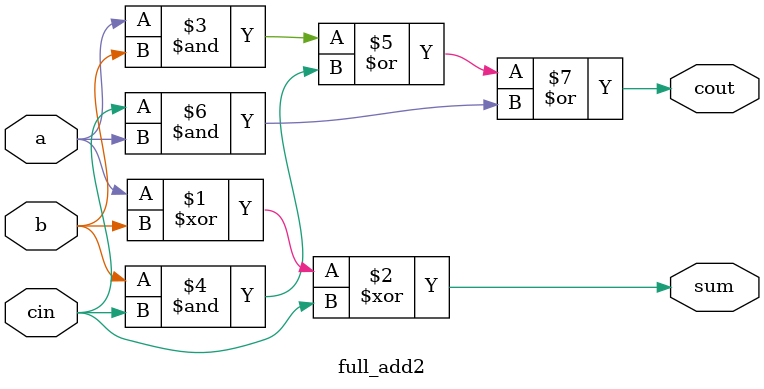
<source format=v>
module full_add2(a,b,cin,sum,cout);
input a,b,cin;
output sum,cout;

assign sum = a ^ b ^ cin;
assign cout = (a & b)|(b & cin)|(cin & a);
endmodule

</source>
